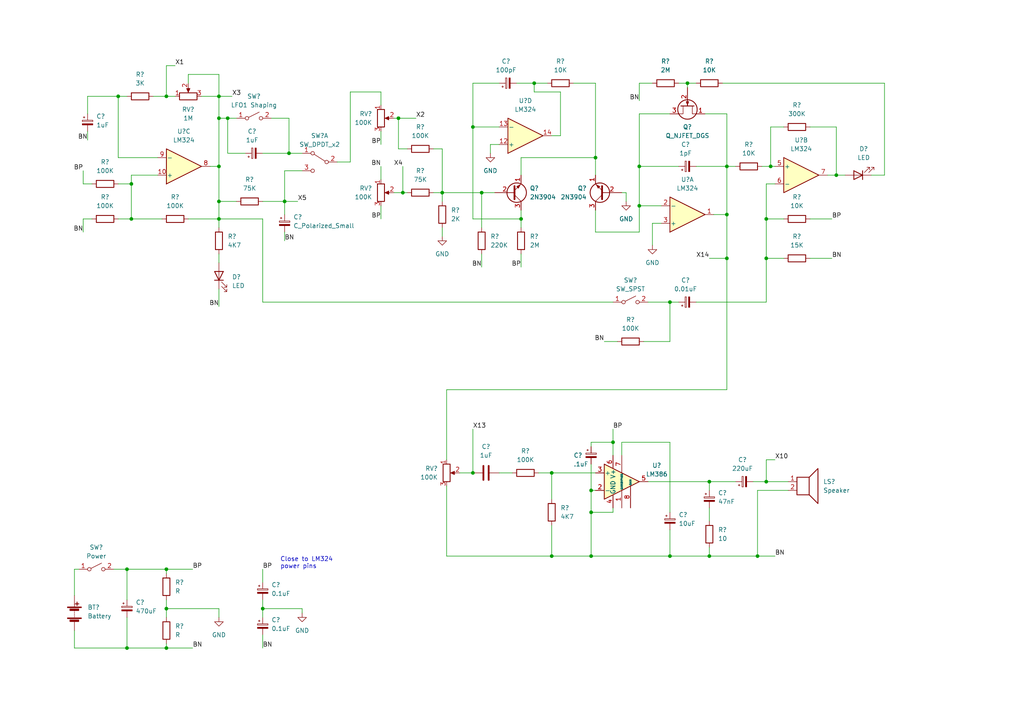
<source format=kicad_sch>
(kicad_sch (version 20211123) (generator eeschema)
  (paper "A4")
  (lib_symbols
    (symbol "Amplifier_Audio:LM386" (pin_names (offset 0.127))
      (property "Reference" "U" (at 1.27 7.62 0))
      (property "Value" "LM386" (at 1.27 5.08 0))
      (symbol "LM386_0_1"
        (polyline (pts (xy 5.08 0) (xy -5.08 5.08) (xy -5.08 -5.08) (xy 5.08 0)) (stroke (width 0.254)) (fill (type background)))
      )
      (symbol "LM386_1_1"
        (pin input line (at 0 -7.62 90) (length 5.08) (name "GAIN") (number "1"))
        (pin input line (at -7.62 -2.54 0) (length 2.54) (name "-") (number "2"))
        (pin input line (at -7.62 2.54 0) (length 2.54) (name "+") (number "3"))
        (pin power_in line (at -2.54 -7.62 90) (length 3.81) (name "GND") (number "4"))
        (pin output line (at 7.62 0 180) (length 2.54) (name "~") (number "5"))
        (pin power_in line (at -2.54 7.62 270) (length 3.81) (name "V+") (number "6"))
        (pin input line (at 0 7.62 270) (length 5.08) (name "BYPASS") (number "7"))
        (pin input line (at 2.54 -7.62 90) (length 6.35) (name "GAIN") (number "8"))
      )
    )
    (symbol "Amplifier_Operational:LM324" (pin_names (offset 0.127))
      (property "Reference" "U" (at 0 5.08 0))
      (property "Value" "LM324" (at 0 -5.08 0))
      (symbol "LM324_1_1"
        (polyline (pts (xy -5.08 5.08) (xy 5.08 0) (xy -5.08 -5.08) (xy -5.08 5.08)) (stroke (width 0.254)) (fill (type background)))
        (pin output line (at 7.62 0 180) (length 2.54) (name "~") (number "1"))
        (pin input line (at -7.62 -2.54 0) (length 2.54) (name "-") (number "2"))
        (pin input line (at -7.62 2.54 0) (length 2.54) (name "+") (number "3"))
      )
      (symbol "LM324_2_1"
        (polyline (pts (xy -5.08 5.08) (xy 5.08 0) (xy -5.08 -5.08) (xy -5.08 5.08)) (stroke (width 0.254)) (fill (type background)))
        (pin input line (at -7.62 2.54 0) (length 2.54) (name "+") (number "5"))
        (pin input line (at -7.62 -2.54 0) (length 2.54) (name "-") (number "6"))
        (pin output line (at 7.62 0 180) (length 2.54) (name "~") (number "7"))
      )
      (symbol "LM324_3_1"
        (polyline (pts (xy -5.08 5.08) (xy 5.08 0) (xy -5.08 -5.08) (xy -5.08 5.08)) (stroke (width 0.254)) (fill (type background)))
        (pin input line (at -7.62 2.54 0) (length 2.54) (name "+") (number "10"))
        (pin output line (at 7.62 0 180) (length 2.54) (name "~") (number "8"))
        (pin input line (at -7.62 -2.54 0) (length 2.54) (name "-") (number "9"))
      )
      (symbol "LM324_4_1"
        (polyline (pts (xy -5.08 5.08) (xy 5.08 0) (xy -5.08 -5.08) (xy -5.08 5.08)) (stroke (width 0.254)) (fill (type background)))
        (pin input line (at -7.62 2.54 0) (length 2.54) (name "+") (number "12"))
        (pin input line (at -7.62 -2.54 0) (length 2.54) (name "-") (number "13"))
        (pin output line (at 7.62 0 180) (length 2.54) (name "~") (number "14"))
      )
      (symbol "LM324_5_1"
        (pin power_in line (at -2.54 -7.62 90) (length 3.81) (name "V-") (number "11"))
        (pin power_in line (at -2.54 7.62 270) (length 3.81) (name "V+") (number "4"))
      )
    )
    (symbol "Device:Battery" (pin_numbers hide) (pin_names (offset 0) hide)
      (property "Reference" "BT" (at 2.54 2.54 0))
      (property "Value" "Battery" (at 2.54 0 0))
      (symbol "Battery_0_1"
        (rectangle (start -2.032 -1.397) (end 2.032 -1.651) (fill (type outline)))
        (rectangle (start -2.032 1.778) (end 2.032 1.524) (fill (type outline)))
        (rectangle (start -1.3208 -1.9812) (end 1.27 -2.4892) (fill (type outline)))
        (rectangle (start -1.3208 1.1938) (end 1.27 0.6858) (fill (type outline)))
        (polyline (pts (xy 0 -1.524) (xy 0 -1.27)))
        (polyline (pts (xy 0 -1.016) (xy 0 -0.762)))
        (polyline (pts (xy 0 -0.508) (xy 0 -0.254)))
        (polyline (pts (xy 0 0) (xy 0 0.254)))
        (polyline (pts (xy 0 0.508) (xy 0 0.762)))
        (polyline (pts (xy 0 1.778) (xy 0 2.54)))
        (polyline (pts (xy 0.254 2.667) (xy 1.27 2.667)) (stroke (width 0.254)))
        (polyline (pts (xy 0.762 3.175) (xy 0.762 2.159)) (stroke (width 0.254)))
      )
      (symbol "Battery_1_1"
        (pin passive line (at 0 5.08 270) (length 2.54) (name "+") (number "1"))
        (pin passive line (at 0 -5.08 90) (length 2.54) (name "-") (number "2"))
      )
    )
    (symbol "Device:C" (pin_numbers hide) (pin_names (offset 0.254))
      (property "Reference" "C" (at 0.635 2.54 0))
      (property "Value" "C" (at 0.635 -2.54 0))
      (symbol "C_0_1"
        (polyline (pts (xy -2.032 -0.762) (xy 2.032 -0.762)) (stroke (width 0.508)))
        (polyline (pts (xy -2.032 0.762) (xy 2.032 0.762)) (stroke (width 0.508)))
      )
      (symbol "C_1_1"
        (pin passive line (at 0 3.81 270) (length 2.794) (name "~") (number "1"))
        (pin passive line (at 0 -3.81 90) (length 2.794) (name "~") (number "2"))
      )
    )
    (symbol "Device:C_Polarized_Small" (pin_numbers hide) (pin_names (offset 0.254) hide)
      (property "Reference" "C" (at 0.254 1.778 0))
      (property "Value" "C_Polarized_Small" (at 0.254 -2.032 0))
      (symbol "C_Polarized_Small_0_1"
        (rectangle (start -1.524 -0.3048) (end 1.524 -0.6858) (fill (type outline)))
        (rectangle (start -1.524 0.6858) (end 1.524 0.3048))
        (polyline (pts (xy -1.27 1.524) (xy -0.762 1.524)))
        (polyline (pts (xy -1.016 1.27) (xy -1.016 1.778)))
      )
      (symbol "C_Polarized_Small_1_1"
        (pin passive line (at 0 2.54 270) (length 1.8542) (name "~") (number "1"))
        (pin passive line (at 0 -2.54 90) (length 1.8542) (name "~") (number "2"))
      )
    )
    (symbol "Device:LED" (pin_numbers hide) (pin_names (offset 1.016) hide)
      (property "Reference" "D" (at 0 2.54 0))
      (property "Value" "LED" (at 0 -2.54 0))
      (symbol "LED_0_1"
        (polyline (pts (xy -1.27 -1.27) (xy -1.27 1.27)) (stroke (width 0.254)))
        (polyline (pts (xy -1.27 0) (xy 1.27 0)))
        (polyline (pts (xy 1.27 -1.27) (xy 1.27 1.27) (xy -1.27 0) (xy 1.27 -1.27)) (stroke (width 0.254)))
        (polyline (pts (xy -3.048 -0.762) (xy -4.572 -2.286) (xy -3.81 -2.286) (xy -4.572 -2.286) (xy -4.572 -1.524)))
        (polyline (pts (xy -1.778 -0.762) (xy -3.302 -2.286) (xy -2.54 -2.286) (xy -3.302 -2.286) (xy -3.302 -1.524)))
      )
      (symbol "LED_1_1"
        (pin passive line (at -3.81 0 0) (length 2.54) (name "K") (number "1"))
        (pin passive line (at 3.81 0 180) (length 2.54) (name "A") (number "2"))
      )
    )
    (symbol "Device:Q_NJFET_DGS" (pin_names (offset 0) hide)
      (property "Reference" "Q" (at 5.08 1.27 0))
      (property "Value" "Q_NJFET_DGS" (at 5.08 -1.27 0))
      (symbol "Q_NJFET_DGS_0_1"
        (polyline (pts (xy 0.254 1.905) (xy 0.254 -1.905) (xy 0.254 -1.905)) (stroke (width 0.254)))
        (polyline (pts (xy 2.54 -2.54) (xy 2.54 -1.27) (xy 0.254 -1.27)))
        (polyline (pts (xy 2.54 2.54) (xy 2.54 1.397) (xy 0.254 1.397)))
        (polyline (pts (xy 0 0) (xy -1.016 0.381) (xy -1.016 -0.381) (xy 0 0)) (fill (type outline)))
        (circle (center 1.27 0) (radius 2.8194) (stroke (width 0.254)))
      )
      (symbol "Q_NJFET_DGS_1_1"
        (pin passive line (at 2.54 5.08 270) (length 2.54) (name "D") (number "1"))
        (pin input line (at -5.08 0 0) (length 5.334) (name "G") (number "2"))
        (pin passive line (at 2.54 -5.08 90) (length 2.54) (name "S") (number "3"))
      )
    )
    (symbol "Device:R" (pin_numbers hide) (pin_names (offset 0))
      (property "Reference" "R" (at 2.032 0 90))
      (property "Value" "R" (at 0 0 90))
      (symbol "R_0_1"
        (rectangle (start -1.016 -2.54) (end 1.016 2.54) (stroke (width 0.254)))
      )
      (symbol "R_1_1"
        (pin passive line (at 0 3.81 270) (length 1.27) (name "~") (number "1"))
        (pin passive line (at 0 -3.81 90) (length 1.27) (name "~") (number "2"))
      )
    )
    (symbol "Device:R_Potentiometer" (pin_names (offset 1.016) hide)
      (property "Reference" "RV" (at -4.445 0 90))
      (property "Value" "R_Potentiometer" (at -2.54 0 90))
      (symbol "R_Potentiometer_0_1"
        (polyline (pts (xy 2.54 0) (xy 1.524 0)))
        (polyline (pts (xy 1.143 0) (xy 2.286 0.508) (xy 2.286 -0.508) (xy 1.143 0)) (fill (type outline)))
        (rectangle (start 1.016 2.54) (end -1.016 -2.54) (stroke (width 0.254)))
      )
      (symbol "R_Potentiometer_1_1"
        (pin passive line (at 0 3.81 270) (length 1.27) (name "1") (number "1"))
        (pin passive line (at 3.81 0 180) (length 1.27) (name "2") (number "2"))
        (pin passive line (at 0 -3.81 90) (length 1.27) (name "3") (number "3"))
      )
    )
    (symbol "Device:Speaker" (pin_names (offset 0) hide)
      (property "Reference" "LS" (at 1.27 5.715 0))
      (property "Value" "Speaker" (at 1.27 3.81 0))
      (symbol "Speaker_0_0"
        (rectangle (start -2.54 1.27) (end 1.016 -3.81) (stroke (width 0.254)))
        (polyline (pts (xy 1.016 1.27) (xy 3.556 3.81) (xy 3.556 -6.35) (xy 1.016 -3.81)) (stroke (width 0.254)))
      )
      (symbol "Speaker_1_1"
        (pin input line (at -5.08 0 0) (length 2.54) (name "1") (number "1"))
        (pin input line (at -5.08 -2.54 0) (length 2.54) (name "2") (number "2"))
      )
    )
    (symbol "Switch:SW_DPDT_x2" (pin_names (offset 0) hide)
      (property "Reference" "SW" (at 0 4.318 0))
      (property "Value" "SW_DPDT_x2" (at 0 -5.08 0))
      (symbol "SW_DPDT_x2_0_0"
        (circle (center -2.032 0) (radius 0.508))
        (circle (center 2.032 -2.54) (radius 0.508))
      )
      (symbol "SW_DPDT_x2_0_1"
        (polyline (pts (xy -1.524 0.254) (xy 1.651 2.286)))
        (circle (center 2.032 2.54) (radius 0.508))
      )
      (symbol "SW_DPDT_x2_1_1"
        (pin passive line (at 5.08 2.54 180) (length 2.54) (name "A") (number "1"))
        (pin passive line (at -5.08 0 0) (length 2.54) (name "B") (number "2"))
        (pin passive line (at 5.08 -2.54 180) (length 2.54) (name "C") (number "3"))
      )
      (symbol "SW_DPDT_x2_2_1"
        (pin passive line (at 5.08 2.54 180) (length 2.54) (name "A") (number "4"))
        (pin passive line (at -5.08 0 0) (length 2.54) (name "B") (number "5"))
        (pin passive line (at 5.08 -2.54 180) (length 2.54) (name "C") (number "6"))
      )
    )
    (symbol "Switch:SW_SPST" (pin_names (offset 0) hide)
      (property "Reference" "SW" (at 0 3.175 0))
      (property "Value" "SW_SPST" (at 0 -2.54 0))
      (symbol "SW_SPST_0_0"
        (circle (center -2.032 0) (radius 0.508))
        (polyline (pts (xy -1.524 0.254) (xy 1.524 1.778)))
        (circle (center 2.032 0) (radius 0.508))
      )
      (symbol "SW_SPST_1_1"
        (pin passive line (at -5.08 0 0) (length 2.54) (name "A") (number "1"))
        (pin passive line (at 5.08 0 180) (length 2.54) (name "B") (number "2"))
      )
    )
    (symbol "Transistor_BJT:2N3904" (pin_names (offset 0) hide)
      (property "Reference" "Q" (at 5.08 1.905 0))
      (property "Value" "2N3904" (at 5.08 0 0))
      (symbol "2N3904_0_1"
        (polyline (pts (xy 0.635 0.635) (xy 2.54 2.54)))
        (polyline (pts (xy 0.635 -0.635) (xy 2.54 -2.54) (xy 2.54 -2.54)))
        (polyline (pts (xy 0.635 1.905) (xy 0.635 -1.905) (xy 0.635 -1.905)) (stroke (width 0.508)))
        (polyline (pts (xy 1.27 -1.778) (xy 1.778 -1.27) (xy 2.286 -2.286) (xy 1.27 -1.778) (xy 1.27 -1.778)) (fill (type outline)))
        (circle (center 1.27 0) (radius 2.8194) (stroke (width 0.254)))
      )
      (symbol "2N3904_1_1"
        (pin passive line (at 2.54 -5.08 90) (length 2.54) (name "E") (number "1"))
        (pin passive line (at -5.08 0 0) (length 5.715) (name "B") (number "2"))
        (pin passive line (at 2.54 5.08 270) (length 2.54) (name "C") (number "3"))
      )
    )
    (symbol "power:GND" (power) (pin_names (offset 0))
      (property "Value" "GND" (at 0 -3.81 0))
      (symbol "GND_0_1"
        (polyline (pts (xy 0 0) (xy 0 -1.27) (xy 1.27 -1.27) (xy 0 -2.54) (xy -1.27 -1.27) (xy 0 -1.27)))
      )
      (symbol "GND_1_1"
        (pin power_in line (at 0 0 270) (length 0) hide (name "GND") (number "1"))
      )
    )
  )
  (junction (at 205.74 139.7))
  (junction (at 219.71 161.29))
  (junction (at 115.57 34.29))
  (junction (at 38.1 63.5))
  (junction (at 63.5 63.5))
  (junction (at 222.25 139.7))
  (junction (at 139.7 55.88))
  (junction (at 83.82 44.45))
  (junction (at 48.26 176.53))
  (junction (at 48.26 27.94))
  (junction (at 116.84 55.88))
  (junction (at 63.5 58.42))
  (junction (at 194.31 161.29))
  (junction (at 171.45 148.59))
  (junction (at 185.42 59.69))
  (junction (at 210.82 74.93))
  (junction (at 171.45 142.24))
  (junction (at 128.27 55.88))
  (junction (at 160.02 161.29))
  (junction (at 242.57 50.8))
  (junction (at 82.55 58.42))
  (junction (at 137.16 36.83))
  (junction (at 177.8 128.27))
  (junction (at 63.5 48.26))
  (junction (at 160.02 137.16))
  (junction (at 63.5 34.29))
  (junction (at 36.83 187.96))
  (junction (at 36.83 165.1))
  (junction (at 76.2 176.53))
  (junction (at 171.45 161.29))
  (junction (at 151.13 63.5))
  (junction (at 38.1 53.34))
  (junction (at 48.26 165.1))
  (junction (at 34.29 27.94))
  (junction (at 154.94 24.13))
  (junction (at 137.16 137.16))
  (junction (at 63.5 27.94))
  (junction (at 185.42 48.26))
  (junction (at 172.72 45.72))
  (junction (at 210.82 48.26))
  (junction (at 199.39 24.13))
  (junction (at 223.52 48.26))
  (junction (at 222.25 63.5))
  (junction (at 194.31 87.63))
  (junction (at 48.26 187.96))
  (junction (at 222.25 74.93))
  (junction (at 66.04 34.29))
  (junction (at 210.82 62.23))
  (junction (at 205.74 161.29))
  (wire (pts (xy 87.63 176.53) (xy 87.63 177.8)))
  (wire (pts (xy 63.5 58.42) (xy 63.5 63.5)))
  (wire (pts (xy 151.13 63.5) (xy 151.13 66.04)))
  (wire (pts (xy 21.59 187.96) (xy 21.59 182.88)))
  (wire (pts (xy 63.5 27.94) (xy 67.31 27.94)))
  (wire (pts (xy 149.86 24.13) (xy 154.94 24.13)))
  (wire (pts (xy 76.2 184.15) (xy 76.2 187.96)))
  (wire (pts (xy 48.26 187.96) (xy 55.88 187.96)))
  (wire (pts (xy 139.7 55.88) (xy 139.7 66.04)))
  (wire (pts (xy 36.83 187.96) (xy 21.59 187.96)))
  (wire (pts (xy 223.52 48.26) (xy 223.52 36.83)))
  (wire (pts (xy 76.2 58.42) (xy 82.55 58.42)))
  (wire (pts (xy 205.74 158.75) (xy 205.74 161.29)))
  (wire (pts (xy 223.52 48.26) (xy 224.79 48.26)))
  (wire (pts (xy 34.29 45.72) (xy 45.72 45.72)))
  (wire (pts (xy 144.78 36.83) (xy 137.16 36.83)))
  (wire (pts (xy 191.77 64.77) (xy 189.23 64.77)))
  (wire (pts (xy 210.82 113.03) (xy 129.54 113.03)))
  (wire (pts (xy 185.42 48.26) (xy 185.42 59.69)))
  (wire (pts (xy 242.57 50.8) (xy 245.11 50.8)))
  (wire (pts (xy 63.5 63.5) (xy 76.2 63.5)))
  (wire (pts (xy 63.5 34.29) (xy 63.5 27.94)))
  (wire (pts (xy 114.3 34.29) (xy 115.57 34.29)))
  (wire (pts (xy 128.27 55.88) (xy 128.27 58.42)))
  (wire (pts (xy 228.6 142.24) (xy 219.71 142.24)))
  (wire (pts (xy 205.74 161.29) (xy 194.31 161.29)))
  (wire (pts (xy 186.69 99.06) (xy 194.31 99.06)))
  (wire (pts (xy 48.26 176.53) (xy 48.26 179.07)))
  (wire (pts (xy 222.25 53.34) (xy 222.25 63.5)))
  (wire (pts (xy 60.96 48.26) (xy 63.5 48.26)))
  (wire (pts (xy 222.25 74.93) (xy 227.33 74.93)))
  (wire (pts (xy 256.54 24.13) (xy 209.55 24.13)))
  (wire (pts (xy 242.57 50.8) (xy 240.03 50.8)))
  (wire (pts (xy 48.26 165.1) (xy 48.26 166.37)))
  (wire (pts (xy 218.44 139.7) (xy 222.25 139.7)))
  (wire (pts (xy 24.13 49.53) (xy 24.13 53.34)))
  (wire (pts (xy 160.02 39.37) (xy 162.56 39.37)))
  (wire (pts (xy 48.26 176.53) (xy 63.5 176.53)))
  (wire (pts (xy 110.49 48.26) (xy 110.49 52.07)))
  (wire (pts (xy 181.61 55.88) (xy 181.61 58.42)))
  (wire (pts (xy 172.72 60.96) (xy 172.72 67.31)))
  (wire (pts (xy 114.3 55.88) (xy 116.84 55.88)))
  (wire (pts (xy 210.82 33.02) (xy 204.47 33.02)))
  (wire (pts (xy 48.26 27.94) (xy 48.26 19.05)))
  (wire (pts (xy 36.83 27.94) (xy 34.29 27.94)))
  (wire (pts (xy 118.11 43.18) (xy 115.57 43.18)))
  (wire (pts (xy 129.54 161.29) (xy 129.54 140.97)))
  (wire (pts (xy 83.82 44.45) (xy 87.63 44.45)))
  (wire (pts (xy 185.42 33.02) (xy 185.42 48.26)))
  (wire (pts (xy 68.58 34.29) (xy 66.04 34.29)))
  (wire (pts (xy 26.67 63.5) (xy 24.13 63.5)))
  (wire (pts (xy 142.24 41.91) (xy 142.24 44.45)))
  (wire (pts (xy 171.45 148.59) (xy 177.8 148.59)))
  (wire (pts (xy 207.01 62.23) (xy 210.82 62.23)))
  (wire (pts (xy 110.49 59.69) (xy 110.49 63.5)))
  (wire (pts (xy 97.79 46.99) (xy 101.6 46.99)))
  (wire (pts (xy 76.2 176.53) (xy 76.2 179.07)))
  (wire (pts (xy 196.85 24.13) (xy 199.39 24.13)))
  (wire (pts (xy 63.5 21.59) (xy 63.5 27.94)))
  (wire (pts (xy 222.25 63.5) (xy 227.33 63.5)))
  (wire (pts (xy 180.34 55.88) (xy 181.61 55.88)))
  (wire (pts (xy 128.27 66.04) (xy 128.27 68.58)))
  (wire (pts (xy 189.23 24.13) (xy 185.42 24.13)))
  (wire (pts (xy 101.6 46.99) (xy 101.6 26.67)))
  (wire (pts (xy 48.26 19.05) (xy 50.8 19.05)))
  (wire (pts (xy 160.02 152.4) (xy 160.02 161.29)))
  (wire (pts (xy 151.13 45.72) (xy 172.72 45.72)))
  (wire (pts (xy 199.39 24.13) (xy 201.93 24.13)))
  (wire (pts (xy 194.31 153.67) (xy 194.31 161.29)))
  (wire (pts (xy 194.31 161.29) (xy 171.45 161.29)))
  (wire (pts (xy 194.31 33.02) (xy 185.42 33.02)))
  (wire (pts (xy 48.26 173.99) (xy 48.26 176.53)))
  (wire (pts (xy 171.45 161.29) (xy 160.02 161.29)))
  (wire (pts (xy 177.8 128.27) (xy 171.45 128.27)))
  (wire (pts (xy 38.1 63.5) (xy 34.29 63.5)))
  (wire (pts (xy 222.25 133.35) (xy 224.79 133.35)))
  (wire (pts (xy 185.42 24.13) (xy 185.42 29.21)))
  (wire (pts (xy 36.83 165.1) (xy 48.26 165.1)))
  (wire (pts (xy 205.74 147.32) (xy 205.74 151.13)))
  (wire (pts (xy 220.98 48.26) (xy 223.52 48.26)))
  (wire (pts (xy 177.8 148.59) (xy 177.8 147.32)))
  (wire (pts (xy 180.34 132.08) (xy 180.34 128.27)))
  (wire (pts (xy 219.71 161.29) (xy 205.74 161.29)))
  (wire (pts (xy 194.31 87.63) (xy 196.85 87.63)))
  (wire (pts (xy 162.56 39.37) (xy 162.56 26.67)))
  (wire (pts (xy 129.54 113.03) (xy 129.54 133.35)))
  (wire (pts (xy 172.72 142.24) (xy 171.45 142.24)))
  (wire (pts (xy 54.61 21.59) (xy 63.5 21.59)))
  (wire (pts (xy 76.2 176.53) (xy 87.63 176.53)))
  (wire (pts (xy 38.1 63.5) (xy 46.99 63.5)))
  (wire (pts (xy 172.72 24.13) (xy 172.72 45.72)))
  (wire (pts (xy 63.5 48.26) (xy 63.5 58.42)))
  (wire (pts (xy 139.7 55.88) (xy 143.51 55.88)))
  (wire (pts (xy 194.31 99.06) (xy 194.31 87.63)))
  (wire (pts (xy 210.82 62.23) (xy 210.82 48.26)))
  (wire (pts (xy 48.26 165.1) (xy 55.88 165.1)))
  (wire (pts (xy 185.42 59.69) (xy 191.77 59.69)))
  (wire (pts (xy 63.5 58.42) (xy 68.58 58.42)))
  (wire (pts (xy 194.31 128.27) (xy 194.31 148.59)))
  (wire (pts (xy 160.02 137.16) (xy 172.72 137.16)))
  (wire (pts (xy 34.29 27.94) (xy 34.29 45.72)))
  (wire (pts (xy 116.84 48.26) (xy 116.84 55.88)))
  (wire (pts (xy 139.7 73.66) (xy 139.7 77.47)))
  (wire (pts (xy 156.21 137.16) (xy 160.02 137.16)))
  (wire (pts (xy 177.8 124.46) (xy 177.8 128.27)))
  (wire (pts (xy 110.49 26.67) (xy 110.49 30.48)))
  (wire (pts (xy 82.55 58.42) (xy 86.36 58.42)))
  (wire (pts (xy 201.93 48.26) (xy 210.82 48.26)))
  (wire (pts (xy 222.25 87.63) (xy 222.25 74.93)))
  (wire (pts (xy 101.6 26.67) (xy 110.49 26.67)))
  (wire (pts (xy 63.5 48.26) (xy 63.5 34.29)))
  (wire (pts (xy 76.2 173.99) (xy 76.2 176.53)))
  (wire (pts (xy 36.83 165.1) (xy 36.83 173.99)))
  (wire (pts (xy 38.1 50.8) (xy 38.1 53.34)))
  (wire (pts (xy 219.71 161.29) (xy 224.79 161.29)))
  (wire (pts (xy 82.55 67.31) (xy 82.55 69.85)))
  (wire (pts (xy 223.52 36.83) (xy 227.33 36.83)))
  (wire (pts (xy 58.42 27.94) (xy 63.5 27.94)))
  (wire (pts (xy 180.34 128.27) (xy 194.31 128.27)))
  (wire (pts (xy 201.93 87.63) (xy 222.25 87.63)))
  (wire (pts (xy 82.55 58.42) (xy 82.55 62.23)))
  (wire (pts (xy 137.16 36.83) (xy 137.16 63.5)))
  (wire (pts (xy 252.73 50.8) (xy 256.54 50.8)))
  (wire (pts (xy 48.26 27.94) (xy 50.8 27.94)))
  (wire (pts (xy 151.13 73.66) (xy 151.13 77.47)))
  (wire (pts (xy 162.56 26.67) (xy 154.94 26.67)))
  (wire (pts (xy 110.49 38.1) (xy 110.49 41.91)))
  (wire (pts (xy 137.16 63.5) (xy 151.13 63.5)))
  (wire (pts (xy 171.45 142.24) (xy 171.45 148.59)))
  (wire (pts (xy 222.25 53.34) (xy 224.79 53.34)))
  (wire (pts (xy 177.8 132.08) (xy 177.8 128.27)))
  (wire (pts (xy 66.04 44.45) (xy 71.12 44.45)))
  (wire (pts (xy 222.25 139.7) (xy 228.6 139.7)))
  (wire (pts (xy 115.57 43.18) (xy 115.57 34.29)))
  (wire (pts (xy 63.5 73.66) (xy 63.5 76.2)))
  (wire (pts (xy 25.4 27.94) (xy 25.4 33.02)))
  (wire (pts (xy 137.16 124.46) (xy 137.16 137.16)))
  (wire (pts (xy 154.94 24.13) (xy 158.75 24.13)))
  (wire (pts (xy 210.82 62.23) (xy 210.82 74.93)))
  (wire (pts (xy 171.45 128.27) (xy 171.45 129.54)))
  (wire (pts (xy 144.78 137.16) (xy 148.59 137.16)))
  (wire (pts (xy 66.04 34.29) (xy 66.04 44.45)))
  (wire (pts (xy 172.72 45.72) (xy 172.72 50.8)))
  (wire (pts (xy 54.61 63.5) (xy 63.5 63.5)))
  (wire (pts (xy 33.02 165.1) (xy 36.83 165.1)))
  (wire (pts (xy 171.45 148.59) (xy 171.45 161.29)))
  (wire (pts (xy 166.37 24.13) (xy 172.72 24.13)))
  (wire (pts (xy 144.78 41.91) (xy 142.24 41.91)))
  (wire (pts (xy 242.57 36.83) (xy 242.57 50.8)))
  (wire (pts (xy 160.02 161.29) (xy 129.54 161.29)))
  (wire (pts (xy 38.1 53.34) (xy 38.1 63.5)))
  (wire (pts (xy 63.5 63.5) (xy 63.5 66.04)))
  (wire (pts (xy 234.95 36.83) (xy 242.57 36.83)))
  (wire (pts (xy 205.74 74.93) (xy 210.82 74.93)))
  (wire (pts (xy 48.26 186.69) (xy 48.26 187.96)))
  (wire (pts (xy 54.61 24.13) (xy 54.61 21.59)))
  (wire (pts (xy 83.82 34.29) (xy 83.82 44.45)))
  (wire (pts (xy 21.59 165.1) (xy 22.86 165.1)))
  (wire (pts (xy 128.27 43.18) (xy 128.27 55.88)))
  (wire (pts (xy 48.26 187.96) (xy 36.83 187.96)))
  (wire (pts (xy 83.82 44.45) (xy 76.2 44.45)))
  (wire (pts (xy 219.71 142.24) (xy 219.71 161.29)))
  (wire (pts (xy 210.82 48.26) (xy 213.36 48.26)))
  (wire (pts (xy 234.95 63.5) (xy 241.3 63.5)))
  (wire (pts (xy 151.13 60.96) (xy 151.13 63.5)))
  (wire (pts (xy 78.74 34.29) (xy 83.82 34.29)))
  (wire (pts (xy 128.27 55.88) (xy 139.7 55.88)))
  (wire (pts (xy 175.26 99.06) (xy 179.07 99.06)))
  (wire (pts (xy 256.54 50.8) (xy 256.54 24.13)))
  (wire (pts (xy 76.2 87.63) (xy 177.8 87.63)))
  (wire (pts (xy 133.35 137.16) (xy 137.16 137.16)))
  (wire (pts (xy 34.29 53.34) (xy 38.1 53.34)))
  (wire (pts (xy 63.5 83.82) (xy 63.5 88.9)))
  (wire (pts (xy 187.96 139.7) (xy 205.74 139.7)))
  (wire (pts (xy 45.72 50.8) (xy 38.1 50.8)))
  (wire (pts (xy 137.16 24.13) (xy 144.78 24.13)))
  (wire (pts (xy 44.45 27.94) (xy 48.26 27.94)))
  (wire (pts (xy 76.2 63.5) (xy 76.2 87.63)))
  (wire (pts (xy 234.95 74.93) (xy 241.3 74.93)))
  (wire (pts (xy 137.16 36.83) (xy 137.16 24.13)))
  (wire (pts (xy 63.5 34.29) (xy 66.04 34.29)))
  (wire (pts (xy 115.57 34.29) (xy 120.65 34.29)))
  (wire (pts (xy 222.25 63.5) (xy 222.25 74.93)))
  (wire (pts (xy 24.13 63.5) (xy 24.13 67.31)))
  (wire (pts (xy 26.67 53.34) (xy 24.13 53.34)))
  (wire (pts (xy 172.72 67.31) (xy 185.42 67.31)))
  (wire (pts (xy 21.59 172.72) (xy 21.59 165.1)))
  (wire (pts (xy 210.82 74.93) (xy 210.82 113.03)))
  (wire (pts (xy 205.74 139.7) (xy 205.74 142.24)))
  (wire (pts (xy 189.23 64.77) (xy 189.23 71.12)))
  (wire (pts (xy 25.4 38.1) (xy 25.4 40.64)))
  (wire (pts (xy 87.63 49.53) (xy 82.55 49.53)))
  (wire (pts (xy 125.73 43.18) (xy 128.27 43.18)))
  (wire (pts (xy 199.39 24.13) (xy 199.39 25.4)))
  (wire (pts (xy 116.84 55.88) (xy 118.11 55.88)))
  (wire (pts (xy 36.83 179.07) (xy 36.83 187.96)))
  (wire (pts (xy 222.25 139.7) (xy 222.25 133.35)))
  (wire (pts (xy 210.82 48.26) (xy 210.82 33.02)))
  (wire (pts (xy 76.2 165.1) (xy 76.2 168.91)))
  (wire (pts (xy 151.13 50.8) (xy 151.13 45.72)))
  (wire (pts (xy 185.42 59.69) (xy 185.42 67.31)))
  (wire (pts (xy 187.96 87.63) (xy 194.31 87.63)))
  (wire (pts (xy 205.74 139.7) (xy 213.36 139.7)))
  (wire (pts (xy 128.27 55.88) (xy 125.73 55.88)))
  (wire (pts (xy 171.45 134.62) (xy 171.45 142.24)))
  (wire (pts (xy 82.55 49.53) (xy 82.55 58.42)))
  (wire (pts (xy 63.5 176.53) (xy 63.5 179.07)))
  (wire (pts (xy 34.29 27.94) (xy 25.4 27.94)))
  (wire (pts (xy 154.94 26.67) (xy 154.94 24.13)))
  (wire (pts (xy 185.42 48.26) (xy 196.85 48.26)))
  (wire (pts (xy 160.02 137.16) (xy 160.02 144.78)))
  (text "Close to LM324 \npower pins" (at 81.28 165.1 0) (effects (font (size 1.27 1.27)) (justify left bottom)))
  (label "BN" (at 139.7 77.47 180))
  (label "BP" (at 24.13 49.53 180))
  (label "BP" (at 55.88 165.1 0))
  (label "BP" (at 151.13 77.47 180))
  (label "BN" (at 55.88 187.96 0))
  (label "X5" (at 86.36 58.42 0))
  (label "X10" (at 224.79 133.35 0))
  (label "X3" (at 67.31 27.94 0))
  (label "BN" (at 24.13 67.31 180))
  (label "BN" (at 25.4 40.64 180))
  (label "BN" (at 110.49 48.26 180))
  (label "X13" (at 137.16 124.46 0))
  (label "BP" (at 110.49 41.91 180))
  (label "BP" (at 110.49 63.5 180))
  (label "BN" (at 82.55 69.85 0))
  (label "BN" (at 76.2 187.96 0))
  (label "BP" (at 241.3 63.5 0))
  (label "BN" (at 63.5 88.9 180))
  (label "X1" (at 50.8 19.05 0))
  (label "X2" (at 120.65 34.29 0))
  (label "X14" (at 205.74 74.93 180))
  (label "BN" (at 185.42 29.21 180))
  (label "BN" (at 175.26 99.06 180))
  (label "X4" (at 116.84 48.26 180))
  (label "BP" (at 76.2 165.1 0))
  (label "BN" (at 224.79 161.29 0))
  (label "BP" (at 177.8 124.46 0))
  (label "BN" (at 241.3 74.93 0))
  (symbol (lib_id "Amplifier_Operational:LM324") (at 53.34 48.26 0) (mirror x) (unit 3)
    (property "Reference" "U?" (at 53.34 38.1 0))
    (property "Value" "LM324" (at 53.34 40.64 0))
    (property "Datasheet" "http://www.ti.com/lit/ds/symlink/lm2902-n.pdf" (effects hide))
  )
  (symbol (lib_id "Device:R") (at 48.26 182.88 0) (unit 1)
    (property "Reference" "R?" (at 50.8 181.6099 0) (effects (justify left)))
    (property "Value" "R" (at 50.8 184.1499 0) (effects (justify left)))
  )
  (symbol (lib_id "power:GND") (at 87.63 177.8 0) (unit 1)
    (property "Reference" "#PWR?" (effects hide))
    (property "Value" "GND" (at 87.63 182.88 0))
  )
  (symbol (lib_id "Amplifier_Audio:LM386") (at 180.34 139.7 0) (unit 1)
    (property "Reference" "U?" (at 190.5 135.001 0))
    (property "Value" "LM386" (at 190.5 137.541 0))
    (property "Datasheet" "http://www.ti.com/lit/ds/symlink/lm386.pdf" (effects hide))
  )
  (symbol (lib_id "power:GND") (at 128.27 68.58 0) (unit 1)
    (property "Reference" "#PWR?" (effects hide))
    (property "Value" "GND" (at 128.27 73.66 0))
  )
  (symbol (lib_id "Device:R") (at 63.5 69.85 0) (unit 1)
    (property "Reference" "R?" (at 66.04 68.5799 0) (effects (justify left)))
    (property "Value" "4K7" (at 66.04 71.1199 0) (effects (justify left)))
  )
  (symbol (lib_id "Switch:SW_SPST") (at 182.88 87.63 0) (unit 1)
    (property "Reference" "SW?" (at 182.88 81.28 0))
    (property "Value" "SW_SPST" (at 182.88 83.82 0))
  )
  (symbol (lib_id "Device:C") (at 140.97 137.16 90) (unit 1)
    (property "Reference" "C?" (at 140.97 129.54 90))
    (property "Value" "1uF" (at 140.97 132.08 90))
  )
  (symbol (lib_id "Switch:SW_SPST") (at 27.94 165.1 0) (unit 1)
    (property "Reference" "SW?" (at 27.94 158.75 0))
    (property "Value" "Power" (at 27.94 161.29 0))
  )
  (symbol (lib_id "Device:C_Polarized_Small") (at 199.39 48.26 90) (unit 1)
    (property "Reference" "C?" (at 198.8439 41.91 90))
    (property "Value" "1pF" (at 198.8439 44.45 90))
  )
  (symbol (lib_id "Device:R") (at 48.26 170.18 0) (unit 1)
    (property "Reference" "R?" (at 50.8 168.9099 0) (effects (justify left)))
    (property "Value" "R" (at 50.8 171.4499 0) (effects (justify left)))
  )
  (symbol (lib_id "Device:C_Polarized_Small") (at 205.74 144.78 0) (unit 1)
    (property "Reference" "C?" (at 208.28 142.9638 0) (effects (justify left)))
    (property "Value" "47nF" (at 208.28 145.5038 0) (effects (justify left)))
  )
  (symbol (lib_id "Device:R") (at 128.27 62.23 0) (unit 1)
    (property "Reference" "R?" (at 130.81 60.9599 0) (effects (justify left)))
    (property "Value" "2K" (at 130.81 63.4999 0) (effects (justify left)))
  )
  (symbol (lib_id "Device:Speaker") (at 233.68 139.7 0) (unit 1)
    (property "Reference" "LS?" (at 238.76 139.6999 0) (effects (justify left)))
    (property "Value" "Speaker" (at 238.76 142.2399 0) (effects (justify left)))
  )
  (symbol (lib_id "Device:C_Polarized_Small") (at 73.66 44.45 90) (unit 1)
    (property "Reference" "C?" (at 73.1139 38.1 90))
    (property "Value" "1uF" (at 73.1139 40.64 90))
  )
  (symbol (lib_id "Device:R") (at 160.02 148.59 0) (unit 1)
    (property "Reference" "R?" (at 162.56 147.3199 0) (effects (justify left)))
    (property "Value" "4K7" (at 162.56 149.8599 0) (effects (justify left)))
  )
  (symbol (lib_id "power:GND") (at 189.23 71.12 0) (unit 1)
    (property "Reference" "#PWR?" (effects hide))
    (property "Value" "GND" (at 189.23 76.2 0))
  )
  (symbol (lib_id "Device:C_Polarized_Small") (at 36.83 176.53 0) (unit 1)
    (property "Reference" "C?" (at 39.37 174.7138 0) (effects (justify left)))
    (property "Value" "470uF" (at 39.37 177.2538 0) (effects (justify left)))
  )
  (symbol (lib_id "Device:R") (at 72.39 58.42 90) (unit 1)
    (property "Reference" "R?" (at 72.39 52.07 90))
    (property "Value" "75K" (at 72.39 54.61 90))
  )
  (symbol (lib_id "Device:R") (at 205.74 24.13 90) (mirror x) (unit 1)
    (property "Reference" "R?" (at 205.74 17.78 90))
    (property "Value" "10K" (at 205.74 20.32 90))
  )
  (symbol (lib_id "Device:Battery") (at 21.59 177.8 0) (unit 1)
    (property "Reference" "BT?" (at 25.4 176.1489 0) (effects (justify left)))
    (property "Value" "Battery" (at 25.4 178.6889 0) (effects (justify left)))
  )
  (symbol (lib_id "Device:R") (at 30.48 53.34 90) (unit 1)
    (property "Reference" "R?" (at 30.48 46.99 90))
    (property "Value" "100K" (at 30.48 49.53 90))
  )
  (symbol (lib_id "Switch:SW_SPST") (at 73.66 34.29 0) (unit 1)
    (property "Reference" "SW?" (at 73.66 27.94 0))
    (property "Value" "LFO1 Shaping" (at 73.66 30.48 0))
  )
  (symbol (lib_id "Device:R") (at 231.14 74.93 90) (unit 1)
    (property "Reference" "R?" (at 231.14 68.58 90))
    (property "Value" "15K" (at 231.14 71.12 90))
  )
  (symbol (lib_id "Device:R") (at 121.92 55.88 90) (unit 1)
    (property "Reference" "R?" (at 121.92 49.53 90))
    (property "Value" "75K" (at 121.92 52.07 90))
  )
  (symbol (lib_id "Amplifier_Operational:LM324") (at 232.41 50.8 0) (unit 2)
    (property "Reference" "U?" (at 232.41 40.64 0))
    (property "Value" "LM324" (at 232.41 43.18 0))
    (property "Datasheet" "http://www.ti.com/lit/ds/symlink/lm2902-n.pdf" (effects hide))
  )
  (symbol (lib_id "Device:C_Polarized_Small") (at 171.45 132.08 0) (unit 1)
    (property "Reference" "C?" (at 166.37 132.08 0) (effects (justify left)))
    (property "Value" ".1uF" (at 166.37 134.62 0) (effects (justify left)))
  )
  (symbol (lib_id "Device:R") (at 193.04 24.13 270) (unit 1)
    (property "Reference" "R?" (at 193.04 17.78 90))
    (property "Value" "2M" (at 193.04 20.32 90))
  )
  (symbol (lib_id "Device:Q_NJFET_DGS") (at 199.39 30.48 270) (unit 1)
    (property "Reference" "Q?" (at 199.39 36.83 90))
    (property "Value" "Q_NJFET_DGS" (at 199.39 39.37 90))
  )
  (symbol (lib_id "power:GND") (at 181.61 58.42 0) (unit 1)
    (property "Reference" "#PWR?" (effects hide))
    (property "Value" "GND" (at 181.61 63.5 0))
  )
  (symbol (lib_id "Transistor_BJT:2N3904") (at 175.26 55.88 180) (unit 1)
    (property "Reference" "Q?" (at 170.18 54.6099 0) (effects (justify left)))
    (property "Value" "2N3904" (at 170.18 57.1499 0) (effects (justify left)))
    (property "Footprint" "Package_TO_SOT_THT:TO-92_Inline" (effects hide))
    (property "Datasheet" "https://www.onsemi.com/pub/Collateral/2N3903-D.PDF" (effects hide))
  )
  (symbol (lib_id "Device:C_Polarized_Small") (at 215.9 139.7 90) (unit 1)
    (property "Reference" "C?" (at 215.3539 133.35 90))
    (property "Value" "220uF" (at 215.3539 135.89 90))
  )
  (symbol (lib_id "power:GND") (at 63.5 179.07 0) (unit 1)
    (property "Reference" "#PWR?" (effects hide))
    (property "Value" "GND" (at 63.5 184.15 0))
  )
  (symbol (lib_id "Device:R_Potentiometer") (at 110.49 34.29 0) (unit 1)
    (property "Reference" "RV?" (at 107.95 33.0199 0) (effects (justify right)))
    (property "Value" "100K" (at 107.95 35.5599 0) (effects (justify right)))
  )
  (symbol (lib_id "Amplifier_Operational:LM324") (at 199.39 62.23 0) (mirror x) (unit 1)
    (property "Reference" "U?" (at 199.39 52.07 0))
    (property "Value" "LM324" (at 199.39 54.61 0))
    (property "Datasheet" "http://www.ti.com/lit/ds/symlink/lm2902-n.pdf" (effects hide))
  )
  (symbol (lib_id "Device:R_Potentiometer") (at 129.54 137.16 0) (unit 1)
    (property "Reference" "RV?" (at 127 135.8899 0) (effects (justify right)))
    (property "Value" "100K" (at 127 138.4299 0) (effects (justify right)))
  )
  (symbol (lib_id "Device:R") (at 205.74 154.94 0) (unit 1)
    (property "Reference" "R?" (at 208.28 153.6699 0) (effects (justify left)))
    (property "Value" "10" (at 208.28 156.2099 0) (effects (justify left)))
  )
  (symbol (lib_id "Device:R") (at 231.14 63.5 90) (unit 1)
    (property "Reference" "R?" (at 231.14 57.15 90))
    (property "Value" "10K" (at 231.14 59.69 90))
  )
  (symbol (lib_id "Device:C_Polarized_Small") (at 25.4 35.56 0) (unit 1)
    (property "Reference" "C?" (at 27.94 33.7438 0) (effects (justify left)))
    (property "Value" "1uF" (at 27.94 36.2838 0) (effects (justify left)))
  )
  (symbol (lib_id "Device:R") (at 182.88 99.06 90) (unit 1)
    (property "Reference" "R?" (at 182.88 92.71 90))
    (property "Value" "100K" (at 182.88 95.25 90))
  )
  (symbol (lib_id "Device:R") (at 121.92 43.18 90) (unit 1)
    (property "Reference" "R?" (at 121.92 36.83 90))
    (property "Value" "100K" (at 121.92 39.37 90))
  )
  (symbol (lib_id "Device:C_Polarized_Small") (at 76.2 181.61 0) (unit 1)
    (property "Reference" "C?" (at 78.74 179.7938 0) (effects (justify left)))
    (property "Value" "0.1uF" (at 78.74 182.3338 0) (effects (justify left)))
  )
  (symbol (lib_id "Device:LED") (at 248.92 50.8 180) (unit 1)
    (property "Reference" "D?" (at 250.5075 43.18 0))
    (property "Value" "LED" (at 250.5075 45.72 0))
  )
  (symbol (lib_id "Switch:SW_DPDT_x2") (at 92.71 46.99 0) (mirror y) (unit 1)
    (property "Reference" "SW?" (at 92.71 39.37 0))
    (property "Value" "SW_DPDT_x2" (at 92.71 41.91 0))
  )
  (symbol (lib_id "Device:R") (at 151.13 69.85 0) (unit 1)
    (property "Reference" "R?" (at 153.67 68.5799 0) (effects (justify left)))
    (property "Value" "2M" (at 153.67 71.1199 0) (effects (justify left)))
  )
  (symbol (lib_id "Device:R") (at 162.56 24.13 90) (unit 1)
    (property "Reference" "R?" (at 162.56 17.78 90))
    (property "Value" "10K" (at 162.56 20.32 90))
  )
  (symbol (lib_id "Amplifier_Operational:LM324") (at 152.4 39.37 0) (mirror x) (unit 4)
    (property "Reference" "U?" (at 152.4 29.21 0))
    (property "Value" "LM324" (at 152.4 31.75 0))
    (property "Datasheet" "http://www.ti.com/lit/ds/symlink/lm2902-n.pdf" (effects hide))
  )
  (symbol (lib_id "Device:R") (at 139.7 69.85 0) (unit 1)
    (property "Reference" "R?" (at 142.24 68.5799 0) (effects (justify left)))
    (property "Value" "220K" (at 142.24 71.1199 0) (effects (justify left)))
  )
  (symbol (lib_id "Device:C_Polarized_Small") (at 82.55 64.77 0) (unit 1)
    (property "Reference" "C?" (at 85.09 62.9538 0) (effects (justify left)))
    (property "Value" "C_Polarized_Small" (at 85.09 65.4938 0) (effects (justify left)))
  )
  (symbol (lib_id "Device:R") (at 231.14 36.83 90) (unit 1)
    (property "Reference" "R?" (at 231.14 30.48 90))
    (property "Value" "300K" (at 231.14 33.02 90))
  )
  (symbol (lib_id "Device:R") (at 30.48 63.5 90) (unit 1)
    (property "Reference" "R?" (at 30.48 57.15 90))
    (property "Value" "100K" (at 30.48 59.69 90))
  )
  (symbol (lib_id "Device:R") (at 217.17 48.26 90) (unit 1)
    (property "Reference" "R?" (at 217.17 41.91 90))
    (property "Value" "10K" (at 217.17 44.45 90))
  )
  (symbol (lib_id "Device:R_Potentiometer") (at 110.49 55.88 0) (unit 1)
    (property "Reference" "RV?" (at 107.95 54.6099 0) (effects (justify right)))
    (property "Value" "100K" (at 107.95 57.1499 0) (effects (justify right)))
  )
  (symbol (lib_id "Device:R") (at 50.8 63.5 90) (unit 1)
    (property "Reference" "R?" (at 50.8 57.15 90))
    (property "Value" "100K" (at 50.8 59.69 90))
  )
  (symbol (lib_id "Transistor_BJT:2N3904") (at 148.59 55.88 0) (mirror x) (unit 1)
    (property "Reference" "Q?" (at 153.67 54.6099 0) (effects (justify left)))
    (property "Value" "2N3904" (at 153.67 57.1499 0) (effects (justify left)))
    (property "Footprint" "Package_TO_SOT_THT:TO-92_Inline" (effects hide))
    (property "Datasheet" "https://www.onsemi.com/pub/Collateral/2N3903-D.PDF" (effects hide))
  )
  (symbol (lib_id "Device:LED") (at 63.5 80.01 90) (unit 1)
    (property "Reference" "D?" (at 67.31 80.3274 90) (effects (justify right)))
    (property "Value" "LED" (at 67.31 82.8674 90) (effects (justify right)))
  )
  (symbol (lib_id "power:GND") (at 142.24 44.45 0) (unit 1)
    (property "Reference" "#PWR?" (effects hide))
    (property "Value" "GND" (at 142.24 49.53 0))
  )
  (symbol (lib_id "Device:C_Polarized_Small") (at 76.2 171.45 0) (unit 1)
    (property "Reference" "C?" (at 78.74 169.6338 0) (effects (justify left)))
    (property "Value" "0.1uF" (at 78.74 172.1738 0) (effects (justify left)))
  )
  (symbol (lib_id "Device:C_Polarized_Small") (at 194.31 151.13 0) (unit 1)
    (property "Reference" "C?" (at 196.85 149.3138 0) (effects (justify left)))
    (property "Value" "10uF" (at 196.85 151.8538 0) (effects (justify left)))
  )
  (symbol (lib_id "Device:R_Potentiometer") (at 54.61 27.94 90) (unit 1)
    (property "Reference" "RV?" (at 54.61 31.75 90))
    (property "Value" "1M" (at 54.61 34.29 90))
  )
  (symbol (lib_id "Device:R") (at 152.4 137.16 90) (unit 1)
    (property "Reference" "R?" (at 152.4 130.81 90))
    (property "Value" "100K" (at 152.4 133.35 90))
  )
  (symbol (lib_id "Device:C_Polarized_Small") (at 147.32 24.13 90) (unit 1)
    (property "Reference" "C?" (at 146.7739 17.78 90))
    (property "Value" "100pF" (at 146.7739 20.32 90))
  )
  (symbol (lib_id "Device:R") (at 40.64 27.94 90) (unit 1)
    (property "Reference" "R?" (at 40.64 21.59 90))
    (property "Value" "3K" (at 40.64 24.13 90))
  )
  (symbol (lib_id "Device:C_Polarized_Small") (at 199.39 87.63 90) (unit 1)
    (property "Reference" "C?" (at 198.8439 81.28 90))
    (property "Value" "0.01uF" (at 198.8439 83.82 90))
  )
)
</source>
